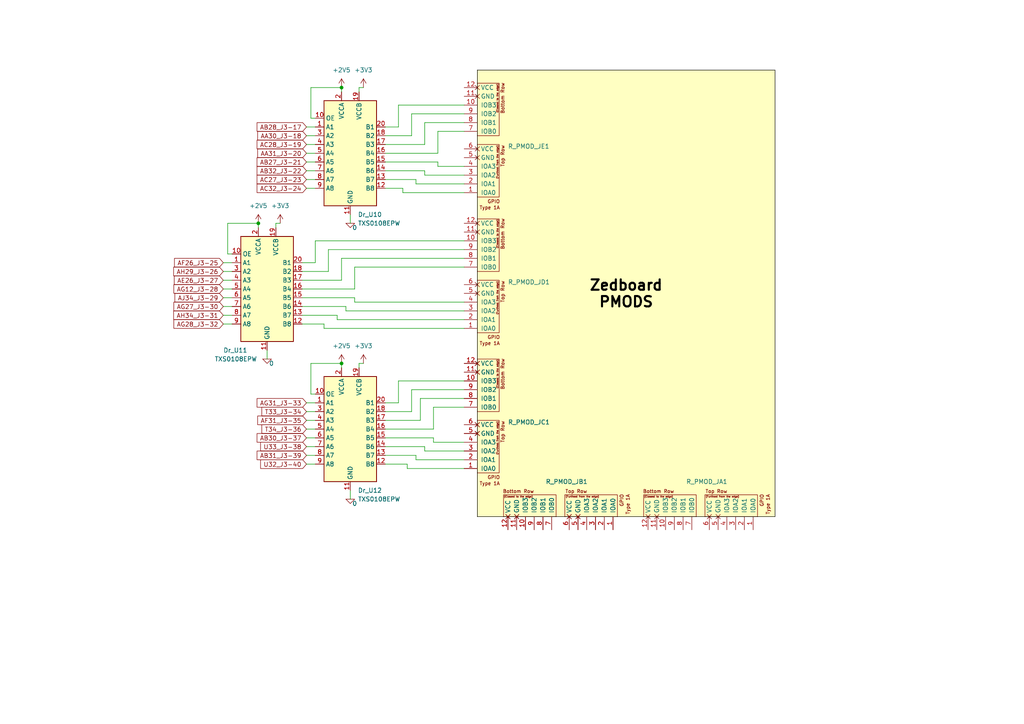
<source format=kicad_sch>
(kicad_sch (version 20230121) (generator eeschema)
  (paper "A4")
  (title_block (title "Maqueta de Laboratorio Remoto") (rev "2") (company "IIMAS UNAM") (comment 1 "Victor Manuel Lomas Barrie") (comment 2 "Abner Maya Vergara") (comment 3 "Autores:") (comment 4 "Circuito referido al diagrama de maqueta 2.0"))
  (lib_symbols
    (symbol "Logic_LevelTranslator:TXS0108EPW"
      (property "Reference" "U" (at -6.35 16.51 0))
      (property "Value" "TXS0108EPW" (at 3.81 16.51 0))
      (symbol "TXS0108EPW_0_1"
        (rectangle (start -7.62 15.24) (end 7.62 -15.24) (stroke (width 0.254)) (fill (type background)))
      )
      (symbol "TXS0108EPW_1_1"
        (pin bidirectional line (at -10.16 7.62 0) (length 2.54) (name "A1") (number "1"))
        (pin input line (at -10.16 10.16 0) (length 2.54) (name "OE") (number "10"))
        (pin power_in line (at 0 -17.78 90) (length 2.54) (name "GND") (number "11"))
        (pin bidirectional line (at 10.16 -10.16 180) (length 2.54) (name "B8") (number "12"))
        (pin bidirectional line (at 10.16 -7.62 180) (length 2.54) (name "B7") (number "13"))
        (pin bidirectional line (at 10.16 -5.08 180) (length 2.54) (name "B6") (number "14"))
        (pin bidirectional line (at 10.16 -2.54 180) (length 2.54) (name "B5") (number "15"))
        (pin bidirectional line (at 10.16 0 180) (length 2.54) (name "B4") (number "16"))
        (pin bidirectional line (at 10.16 2.54 180) (length 2.54) (name "B3") (number "17"))
        (pin bidirectional line (at 10.16 5.08 180) (length 2.54) (name "B2") (number "18"))
        (pin power_in line (at 2.54 17.78 270) (length 2.54) (name "VCCB") (number "19"))
        (pin power_in line (at -2.54 17.78 270) (length 2.54) (name "VCCA") (number "2"))
        (pin bidirectional line (at 10.16 7.62 180) (length 2.54) (name "B1") (number "20"))
        (pin bidirectional line (at -10.16 5.08 0) (length 2.54) (name "A2") (number "3"))
        (pin bidirectional line (at -10.16 2.54 0) (length 2.54) (name "A3") (number "4"))
        (pin bidirectional line (at -10.16 0 0) (length 2.54) (name "A4") (number "5"))
        (pin bidirectional line (at -10.16 -2.54 0) (length 2.54) (name "A5") (number "6"))
        (pin bidirectional line (at -10.16 -5.08 0) (length 2.54) (name "A6") (number "7"))
        (pin bidirectional line (at -10.16 -7.62 0) (length 2.54) (name "A7") (number "8"))
        (pin bidirectional line (at -10.16 -10.16 0) (length 2.54) (name "A8") (number "9"))
      )
    )
    (symbol "Simulation_SPICE:0" (power) (pin_names (offset 0))
      (property "Value" "0" (at 0 -1.778 0))
      (symbol "0_0_1"
        (polyline (pts (xy -1.27 0) (xy 0 -1.27) (xy 1.27 0) (xy -1.27 0)))
      )
      (symbol "0_1_1"
        (pin power_in line (at 0 0 0) (length 0) hide (name "0") (number "1"))
      )
    )
    (symbol "pmod:PMOD-Device-x2-Type-1A-GPIO" (pin_names (offset 1.016))
      (property "Reference" "PMOD" (at -3.302 -1.27 0))
      (property "Datasheet" "https://docs.google.com/a/mithis.com/spreadsheets/d/1D-GboyrP57VVpejQzEm0P1WEORo1LAIt92hk1bZGEoo/edit#gid=0" (at -1.27 7.62 0))
      (symbol "PMOD-Device-x2-Type-1A-GPIO_0_0"
        (text "(Closest to the edge)" (at -5.842 -13.462 900) (effects (font (size 0.508 0.508))))
        (text "(Furthest from the edge)" (at -5.842 5.08 900) (effects (font (size 0.508 0.508))))
        (text "Bottom Row" (at -7.366 -13.462 900) (effects (font (size 0.9906 0.9906))))
        (text "GPIO" (at -6.604 16.51 0) (effects (font (size 0.9906 0.9906)) (justify left)))
        (text "Top Row" (at -7.366 3.302 900) (effects (font (size 0.9906 0.9906))))
        (text "Type 1A" (at -6.604 18.288 0) (effects (font (size 0.9906 0.9906)) (justify left)))
      )
      (symbol "PMOD-Device-x2-Type-1A-GPIO_0_1"
        (rectangle (start -6.35 -2.54) (end 0 -17.78))
        (rectangle (start 0 15.24) (end -6.35 0))
      )
      (symbol "PMOD-Device-x2-Type-1A-GPIO_1_1"
        (pin bidirectional line (at 3.81 13.97 180) (length 3.81) (name "IOA0") (number "1"))
        (pin bidirectional line (at 3.81 -11.43 180) (length 3.81) (name "IOB3") (number "10"))
        (pin power_out non_logic (at 3.81 -13.97 180) (length 3.81) (name "GND") (number "11"))
        (pin power_out non_logic (at 3.81 -16.51 180) (length 3.81) (name "VCC") (number "12"))
        (pin bidirectional line (at 3.81 11.43 180) (length 3.81) (name "IOA1") (number "2"))
        (pin bidirectional line (at 3.81 8.89 180) (length 3.81) (name "IOA2") (number "3"))
        (pin bidirectional line (at 3.81 6.35 180) (length 3.81) (name "IOA3") (number "4"))
        (pin power_out non_logic (at 3.81 3.81 180) (length 3.81) (name "GND") (number "5"))
        (pin power_out non_logic (at 3.81 1.27 180) (length 3.81) (name "VCC") (number "6"))
        (pin bidirectional line (at 3.81 -3.81 180) (length 3.81) (name "IOB0") (number "7"))
        (pin bidirectional line (at 3.81 -6.35 180) (length 3.81) (name "IOB1") (number "8"))
        (pin bidirectional line (at 3.81 -8.89 180) (length 3.81) (name "IOB2") (number "9"))
      )
    )
    (symbol "power:+2V5" (power) (pin_names (offset 0))
      (property "Value" "+2V5" (at 0 3.556 0))
      (symbol "+2V5_0_1"
        (polyline (pts (xy -0.762 1.27) (xy 0 2.54)))
        (polyline (pts (xy 0 0) (xy 0 2.54)))
        (polyline (pts (xy 0 2.54) (xy 0.762 1.27)))
      )
      (symbol "+2V5_1_1"
        (pin power_in line (at 0 0 90) (length 0) hide (name "+2V5") (number "1"))
      )
    )
    (symbol "power:+3V3" (power) (pin_names (offset 0))
      (property "Value" "+3V3" (at 0 3.556 0))
      (symbol "+3V3_0_1"
        (polyline (pts (xy -0.762 1.27) (xy 0 2.54)))
        (polyline (pts (xy 0 0) (xy 0 2.54)))
        (polyline (pts (xy 0 2.54) (xy 0.762 1.27)))
      )
      (symbol "+3V3_1_1"
        (pin power_in line (at 0 0 90) (length 0) hide (name "+3V3") (number "1"))
      )
    )
  )
  (junction (at 74.93 64.77))
  (junction (at 99.06 105.41))
  (junction (at 99.06 25.4))
  (wire (pts (xy 120.65 133.35) (xy 134.62 133.35)))
  (wire (pts (xy 115.57 36.83) (xy 115.57 30.48)))
  (wire (pts (xy 91.44 114.3) (xy 90.17 114.3)))
  (wire (pts (xy 88.9 52.07) (xy 91.44 52.07)))
  (wire (pts (xy 111.76 39.37) (xy 119.38 39.37)))
  (wire (pts (xy 125.73 128.27) (xy 134.62 128.27)))
  (wire (pts (xy 119.38 39.37) (xy 119.38 33.02)))
  (wire (pts (xy 88.9 41.91) (xy 91.44 41.91)))
  (wire (pts (xy 116.84 55.88) (xy 134.62 55.88)))
  (wire (pts (xy 88.9 46.99) (xy 91.44 46.99)))
  (wire (pts (xy 88.9 121.92) (xy 91.44 121.92)))
  (wire (pts (xy 120.65 132.08) (xy 120.65 133.35)))
  (wire (pts (xy 74.93 64.77) (xy 74.93 66.04)))
  (wire (pts (xy 121.92 115.57) (xy 134.62 115.57)))
  (wire (pts (xy 111.76 134.62) (xy 118.11 134.62)))
  (wire (pts (xy 64.77 91.44) (xy 67.31 91.44)))
  (wire (pts (xy 88.9 124.46) (xy 91.44 124.46)))
  (wire (pts (xy 116.84 54.61) (xy 116.84 55.88)))
  (wire (pts (xy 88.9 39.37) (xy 91.44 39.37)))
  (wire (pts (xy 91.44 69.85) (xy 134.62 69.85)))
  (wire (pts (xy 102.87 86.36) (xy 102.87 87.63)))
  (wire (pts (xy 95.25 78.74) (xy 95.25 72.39)))
  (wire (pts (xy 66.04 73.66) (xy 66.04 64.77)))
  (wire (pts (xy 125.73 127) (xy 125.73 128.27)))
  (wire (pts (xy 102.87 77.47) (xy 134.62 77.47)))
  (wire (pts (xy 102.87 77.47) (xy 102.87 83.82)))
  (wire (pts (xy 87.63 86.36) (xy 102.87 86.36)))
  (wire (pts (xy 111.76 49.53) (xy 123.19 49.53)))
  (wire (pts (xy 91.44 34.29) (xy 90.17 34.29)))
  (wire (pts (xy 64.77 81.28) (xy 67.31 81.28)))
  (wire (pts (xy 66.04 64.77) (xy 74.93 64.77)))
  (wire (pts (xy 120.65 52.07) (xy 120.65 53.34)))
  (wire (pts (xy 111.76 54.61) (xy 116.84 54.61)))
  (wire (pts (xy 134.62 38.1) (xy 127 38.1)))
  (wire (pts (xy 77.47 101.6) (xy 77.47 104.14)))
  (wire (pts (xy 104.14 105.41) (xy 104.14 106.68)))
  (wire (pts (xy 90.17 105.41) (xy 99.06 105.41)))
  (wire (pts (xy 87.63 88.9) (xy 100.33 88.9)))
  (wire (pts (xy 118.11 135.89) (xy 134.62 135.89)))
  (wire (pts (xy 88.9 134.62) (xy 91.44 134.62)))
  (wire (pts (xy 115.57 110.49) (xy 134.62 110.49)))
  (wire (pts (xy 127 38.1) (xy 127 44.45)))
  (wire (pts (xy 102.87 87.63) (xy 134.62 87.63)))
  (wire (pts (xy 64.77 86.36) (xy 67.31 86.36)))
  (wire (pts (xy 90.17 114.3) (xy 90.17 105.41)))
  (wire (pts (xy 64.77 76.2) (xy 67.31 76.2)))
  (wire (pts (xy 100.33 90.17) (xy 134.62 90.17)))
  (wire (pts (xy 111.76 116.84) (xy 115.57 116.84)))
  (wire (pts (xy 119.38 113.03) (xy 134.62 113.03)))
  (wire (pts (xy 123.19 129.54) (xy 123.19 130.81)))
  (wire (pts (xy 134.62 118.11) (xy 125.73 118.11)))
  (wire (pts (xy 111.76 121.92) (xy 121.92 121.92)))
  (wire (pts (xy 88.9 44.45) (xy 91.44 44.45)))
  (wire (pts (xy 111.76 46.99) (xy 127 46.99)))
  (wire (pts (xy 93.98 93.98) (xy 93.98 95.25)))
  (wire (pts (xy 101.6 142.24) (xy 101.6 144.78)))
  (wire (pts (xy 101.6 62.23) (xy 101.6 64.77)))
  (wire (pts (xy 111.76 119.38) (xy 119.38 119.38)))
  (wire (pts (xy 120.65 53.34) (xy 134.62 53.34)))
  (wire (pts (xy 88.9 49.53) (xy 91.44 49.53)))
  (wire (pts (xy 88.9 127) (xy 91.44 127)))
  (wire (pts (xy 111.76 129.54) (xy 123.19 129.54)))
  (wire (pts (xy 127 48.26) (xy 134.62 48.26)))
  (wire (pts (xy 99.06 105.41) (xy 99.06 106.68)))
  (wire (pts (xy 87.63 81.28) (xy 99.06 81.28)))
  (wire (pts (xy 111.76 127) (xy 125.73 127)))
  (wire (pts (xy 91.44 76.2) (xy 91.44 69.85)))
  (wire (pts (xy 111.76 124.46) (xy 125.73 124.46)))
  (wire (pts (xy 87.63 93.98) (xy 93.98 93.98)))
  (wire (pts (xy 123.19 35.56) (xy 134.62 35.56)))
  (wire (pts (xy 80.01 64.77) (xy 81.28 64.77)))
  (wire (pts (xy 87.63 91.44) (xy 97.79 91.44)))
  (wire (pts (xy 64.77 83.82) (xy 67.31 83.82)))
  (wire (pts (xy 111.76 44.45) (xy 127 44.45)))
  (wire (pts (xy 88.9 36.83) (xy 91.44 36.83)))
  (wire (pts (xy 90.17 25.4) (xy 99.06 25.4)))
  (wire (pts (xy 111.76 41.91) (xy 123.19 41.91)))
  (wire (pts (xy 88.9 119.38) (xy 91.44 119.38)))
  (wire (pts (xy 123.19 41.91) (xy 123.19 35.56)))
  (wire (pts (xy 97.79 91.44) (xy 97.79 92.71)))
  (wire (pts (xy 111.76 52.07) (xy 120.65 52.07)))
  (wire (pts (xy 64.77 88.9) (xy 67.31 88.9)))
  (wire (pts (xy 119.38 119.38) (xy 119.38 113.03)))
  (wire (pts (xy 88.9 116.84) (xy 91.44 116.84)))
  (wire (pts (xy 111.76 36.83) (xy 115.57 36.83)))
  (wire (pts (xy 123.19 49.53) (xy 123.19 50.8)))
  (wire (pts (xy 119.38 33.02) (xy 134.62 33.02)))
  (wire (pts (xy 111.76 132.08) (xy 120.65 132.08)))
  (wire (pts (xy 99.06 74.93) (xy 134.62 74.93)))
  (wire (pts (xy 125.73 118.11) (xy 125.73 124.46)))
  (wire (pts (xy 100.33 88.9) (xy 100.33 90.17)))
  (wire (pts (xy 88.9 54.61) (xy 91.44 54.61)))
  (wire (pts (xy 87.63 78.74) (xy 95.25 78.74)))
  (wire (pts (xy 121.92 121.92) (xy 121.92 115.57)))
  (wire (pts (xy 88.9 129.54) (xy 91.44 129.54)))
  (wire (pts (xy 87.63 76.2) (xy 91.44 76.2)))
  (wire (pts (xy 127 46.99) (xy 127 48.26)))
  (wire (pts (xy 64.77 78.74) (xy 67.31 78.74)))
  (wire (pts (xy 95.25 72.39) (xy 134.62 72.39)))
  (wire (pts (xy 67.31 73.66) (xy 66.04 73.66)))
  (wire (pts (xy 104.14 25.4) (xy 104.14 26.67)))
  (wire (pts (xy 97.79 92.71) (xy 134.62 92.71)))
  (wire (pts (xy 115.57 116.84) (xy 115.57 110.49)))
  (wire (pts (xy 115.57 30.48) (xy 134.62 30.48)))
  (wire (pts (xy 104.14 25.4) (xy 105.41 25.4)))
  (wire (pts (xy 80.01 64.77) (xy 80.01 66.04)))
  (wire (pts (xy 99.06 25.4) (xy 99.06 26.67)))
  (wire (pts (xy 123.19 50.8) (xy 134.62 50.8)))
  (wire (pts (xy 90.17 34.29) (xy 90.17 25.4)))
  (wire (pts (xy 99.06 81.28) (xy 99.06 74.93)))
  (wire (pts (xy 93.98 95.25) (xy 134.62 95.25)))
  (wire (pts (xy 87.63 83.82) (xy 102.87 83.82)))
  (wire (pts (xy 64.77 93.98) (xy 67.31 93.98)))
  (wire (pts (xy 123.19 130.81) (xy 134.62 130.81)))
  (wire (pts (xy 88.9 132.08) (xy 91.44 132.08)))
  (wire (pts (xy 104.14 105.41) (xy 105.41 105.41)))
  (wire (pts (xy 118.11 134.62) (xy 118.11 135.89)))
  (text_box "Zedboard\nPMODS" (at 138.43 20.32 0) (size 86.36 129.54) (stroke (width 0) (color 0 0 0 1)) (fill (type color) (color 255 255 194 1)) (effects (font (size 3 3) (thickness 0.6) bold)))
  (global_label "AB31_J3-39" (shape input) (at 88.9 132.08 180) (property "Intersheetrefs" "${INTERSHEET_REFS}" (effects hide)))
  (global_label "U33_J3-38" (shape input) (at 88.9 129.54 180) (property "Intersheetrefs" "${INTERSHEET_REFS}" (effects hide)))
  (global_label "AH34_J3-31" (shape input) (at 64.77 91.44 180) (property "Intersheetrefs" "${INTERSHEET_REFS}" (effects hide)))
  (global_label "AB27_J3-21" (shape input) (at 88.9 46.99 180) (property "Intersheetrefs" "${INTERSHEET_REFS}" (effects hide)))
  (global_label "AB32_J3-22" (shape input) (at 88.9 49.53 180) (property "Intersheetrefs" "${INTERSHEET_REFS}" (effects hide)))
  (global_label "AA31_J3-20" (shape input) (at 88.9 44.45 180) (property "Intersheetrefs" "${INTERSHEET_REFS}" (effects hide)))
  (global_label "T34_J3-36" (shape input) (at 88.9 124.46 180) (property "Intersheetrefs" "${INTERSHEET_REFS}" (effects hide)))
  (global_label "AA30_J3-18" (shape input) (at 88.9 39.37 180) (property "Intersheetrefs" "${INTERSHEET_REFS}" (effects hide)))
  (global_label "AG27_J3-30" (shape input) (at 64.77 88.9 180) (property "Intersheetrefs" "${INTERSHEET_REFS}" (effects hide)))
  (global_label "AG28_J3-32" (shape input) (at 64.77 93.98 180) (property "Intersheetrefs" "${INTERSHEET_REFS}" (effects hide)))
  (global_label "AH29_J3-26" (shape input) (at 64.77 78.74 180) (property "Intersheetrefs" "${INTERSHEET_REFS}" (effects hide)))
  (global_label "AC32_J3-24" (shape input) (at 88.9 54.61 180) (property "Intersheetrefs" "${INTERSHEET_REFS}" (effects hide)))
  (global_label "AF31_J3-35" (shape input) (at 88.9 121.92 180) (property "Intersheetrefs" "${INTERSHEET_REFS}" (effects hide)))
  (global_label "U32_J3-40" (shape input) (at 88.9 134.62 180) (property "Intersheetrefs" "${INTERSHEET_REFS}" (effects hide)))
  (global_label "AF26_J3-25" (shape input) (at 64.77 76.2 180) (property "Intersheetrefs" "${INTERSHEET_REFS}" (effects hide)))
  (global_label "AG31_J3-33" (shape input) (at 88.9 116.84 180) (property "Intersheetrefs" "${INTERSHEET_REFS}" (effects hide)))
  (global_label "AB30_J3-37" (shape input) (at 88.9 127 180) (property "Intersheetrefs" "${INTERSHEET_REFS}" (effects hide)))
  (global_label "AC28_J3-19" (shape input) (at 88.9 41.91 180) (property "Intersheetrefs" "${INTERSHEET_REFS}" (effects hide)))
  (global_label "AG12_J3-28" (shape input) (at 64.77 83.82 180) (property "Intersheetrefs" "${INTERSHEET_REFS}" (effects hide)))
  (global_label "AB28_J3-17" (shape input) (at 88.9 36.83 180) (property "Intersheetrefs" "${INTERSHEET_REFS}" (effects hide)))
  (global_label "AC27_J3-23" (shape input) (at 88.9 52.07 180) (property "Intersheetrefs" "${INTERSHEET_REFS}" (effects hide)))
  (global_label "AJ34_J3-29" (shape input) (at 64.77 86.36 180) (property "Intersheetrefs" "${INTERSHEET_REFS}" (effects hide)))
  (global_label "T33_J3-34" (shape input) (at 88.9 119.38 180) (property "Intersheetrefs" "${INTERSHEET_REFS}" (effects hide)))
  (global_label "AE26_J3-27" (shape input) (at 64.77 81.28 180) (property "Intersheetrefs" "${INTERSHEET_REFS}" (effects hide)))
  (symbol (lib_id "pmod:PMOD-Device-x2-Type-1A-GPIO") (at 163.83 149.86 270) (unit 1)
    (property "Reference" "R_PMOD_JB1" (at 164.3692 139.7 90))
    (property "Value" "PMOD-Device-x2-Type-1A-GPIO" (effects hide))
    (property "Footprint" "pmod-conn_6x2:pmod_pin_array_6x2" (effects hide))
    (property "Datasheet" "https://docs.google.com/a/mithis.com/spreadsheets/d/1D-GboyrP57VVpejQzEm0P1WEORo1LAIt92hk1bZGEoo/edit#gid=0" (effects hide))
  )
  (symbol (lib_id "Simulation_SPICE:0") (at 101.6 144.78 0) (unit 1)
    (property "Reference" "#GND0101" (effects hide))
    (property "Value" "0" (at 102.87 146.05 0))
  )
  (symbol (lib_id "Logic_LevelTranslator:TXS0108EPW") (at 101.6 124.46 0) (unit 1)
    (property "Reference" "Dr_U12" (at 103.7941 142.24 0) (effects (justify left)))
    (property "Value" "TXS0108EPW" (at 103.7941 144.78 0) (effects (justify left)))
    (property "Footprint" "Package_SO:TSSOP-20_4.4x6.5mm_P0.65mm" (effects hide))
    (property "Datasheet" "www.ti.com/lit/ds/symlink/txs0108e.pdf" (effects hide))
  )
  (symbol (lib_id "Simulation_SPICE:0") (at 101.6 64.77 0) (unit 1)
    (property "Reference" "#GND099" (effects hide))
    (property "Value" "0" (at 102.87 66.04 0))
  )
  (symbol (lib_id "power:+3V3") (at 81.28 64.77 0) (unit 1)
    (property "Reference" "#PWR079" (effects hide))
    (property "Value" "+3V3" (at 81.28 59.69 0))
  )
  (symbol (lib_id "pmod:PMOD-Device-x2-Type-1A-GPIO") (at 138.43 81.28 180) (unit 1)
    (property "Reference" "R_PMOD_JD1" (at 147.32 81.8192 0) (effects (justify right)))
    (property "Value" "PMOD-Device-x2-Type-1A-GPIO" (effects hide))
    (property "Footprint" "pmod-conn_6x2:pmod_pin_array_6x2" (effects hide))
    (property "Datasheet" "https://docs.google.com/a/mithis.com/spreadsheets/d/1D-GboyrP57VVpejQzEm0P1WEORo1LAIt92hk1bZGEoo/edit#gid=0" (effects hide))
  )
  (symbol (lib_id "power:+2V5") (at 99.06 25.4 0) (unit 1)
    (property "Reference" "#PWR076" (effects hide))
    (property "Value" "+2V5" (at 99.06 20.32 0))
  )
  (symbol (lib_id "power:+2V5") (at 74.93 64.77 0) (unit 1)
    (property "Reference" "#PWR078" (effects hide))
    (property "Value" "+2V5" (at 74.93 59.69 0))
  )
  (symbol (lib_id "power:+2V5") (at 99.06 105.41 0) (unit 1)
    (property "Reference" "#PWR080" (effects hide))
    (property "Value" "+2V5" (at 99.06 100.33 0))
  )
  (symbol (lib_id "pmod:PMOD-Device-x2-Type-1A-GPIO") (at 204.47 149.86 270) (unit 1)
    (property "Reference" "R_PMOD_JA1" (at 205.0092 139.7 90))
    (property "Value" "PMOD-Device-x2-Type-1A-GPIO" (effects hide))
    (property "Footprint" "pmod-conn_6x2:pmod_pin_array_6x2" (effects hide))
    (property "Datasheet" "https://docs.google.com/a/mithis.com/spreadsheets/d/1D-GboyrP57VVpejQzEm0P1WEORo1LAIt92hk1bZGEoo/edit#gid=0" (effects hide))
  )
  (symbol (lib_id "Simulation_SPICE:0") (at 77.47 104.14 0) (unit 1)
    (property "Reference" "#GND0100" (effects hide))
    (property "Value" "0" (at 78.74 105.41 0))
  )
  (symbol (lib_id "power:+3V3") (at 105.41 25.4 0) (unit 1)
    (property "Reference" "#PWR077" (effects hide))
    (property "Value" "+3V3" (at 105.41 20.32 0))
  )
  (symbol (lib_id "power:+3V3") (at 105.41 105.41 0) (unit 1)
    (property "Reference" "#PWR081" (effects hide))
    (property "Value" "+3V3" (at 105.41 100.33 0))
  )
  (symbol (lib_id "Logic_LevelTranslator:TXS0108EPW") (at 101.6 44.45 0) (unit 1)
    (property "Reference" "Dr_U10" (at 103.7941 62.23 0) (effects (justify left)))
    (property "Value" "TXS0108EPW" (at 103.7941 64.77 0) (effects (justify left)))
    (property "Footprint" "Package_SO:TSSOP-20_4.4x6.5mm_P0.65mm" (effects hide))
    (property "Datasheet" "www.ti.com/lit/ds/symlink/txs0108e.pdf" (effects hide))
  )
  (symbol (lib_id "Logic_LevelTranslator:TXS0108EPW") (at 77.47 83.82 0) (unit 1)
    (property "Reference" "Dr_U11" (at 64.77 101.6 0) (effects (justify left)))
    (property "Value" "TXS0108EPW" (at 62.23 104.14 0) (effects (justify left)))
    (property "Footprint" "Package_SO:TSSOP-20_4.4x6.5mm_P0.65mm" (effects hide))
    (property "Datasheet" "www.ti.com/lit/ds/symlink/txs0108e.pdf" (effects hide))
  )
  (symbol (lib_id "pmod:PMOD-Device-x2-Type-1A-GPIO") (at 138.43 41.91 180) (unit 1)
    (property "Reference" "R_PMOD_JE1" (at 147.32 42.4492 0) (effects (justify right)))
    (property "Value" "PMOD-Device-x2-Type-1A-GPIO" (effects hide))
    (property "Footprint" "pmod-conn_6x2:pmod_pin_array_6x2" (effects hide))
    (property "Datasheet" "https://docs.google.com/a/mithis.com/spreadsheets/d/1D-GboyrP57VVpejQzEm0P1WEORo1LAIt92hk1bZGEoo/edit#gid=0" (effects hide))
  )
  (symbol (lib_id "pmod:PMOD-Device-x2-Type-1A-GPIO") (at 138.43 121.92 180) (unit 1)
    (property "Reference" "R_PMOD_JC1" (at 147.32 122.4592 0) (effects (justify right)))
    (property "Value" "PMOD-Device-x2-Type-1A-GPIO" (effects hide))
    (property "Footprint" "pmod-conn_6x2:pmod_pin_array_6x2" (effects hide))
    (property "Datasheet" "https://docs.google.com/a/mithis.com/spreadsheets/d/1D-GboyrP57VVpejQzEm0P1WEORo1LAIt92hk1bZGEoo/edit#gid=0" (effects hide))
  )
)
</source>
